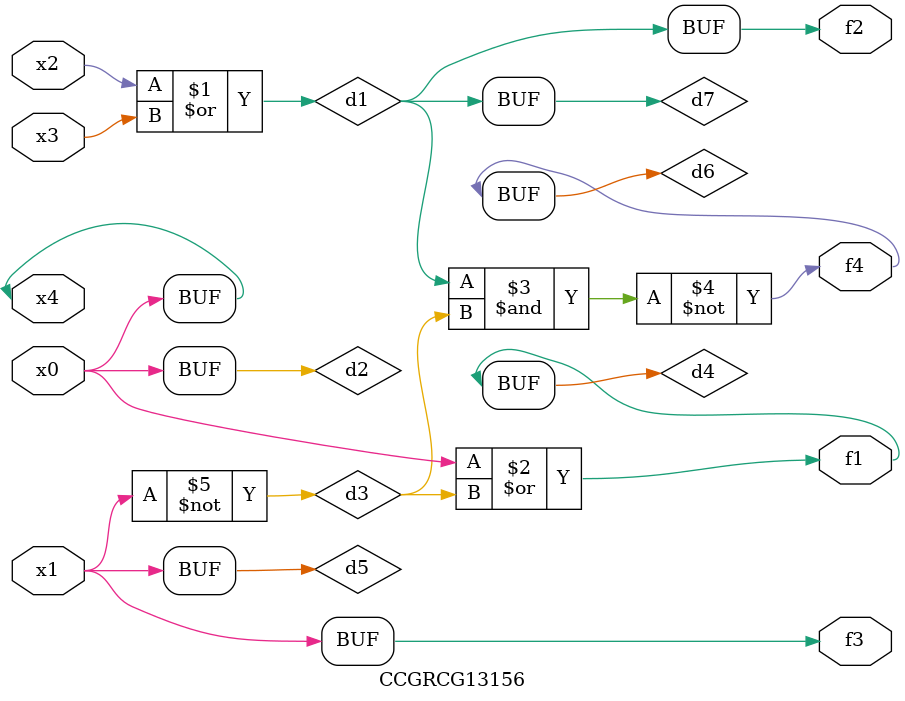
<source format=v>
module CCGRCG13156(
	input x0, x1, x2, x3, x4,
	output f1, f2, f3, f4
);

	wire d1, d2, d3, d4, d5, d6, d7;

	or (d1, x2, x3);
	buf (d2, x0, x4);
	not (d3, x1);
	or (d4, d2, d3);
	not (d5, d3);
	nand (d6, d1, d3);
	or (d7, d1);
	assign f1 = d4;
	assign f2 = d7;
	assign f3 = d5;
	assign f4 = d6;
endmodule

</source>
